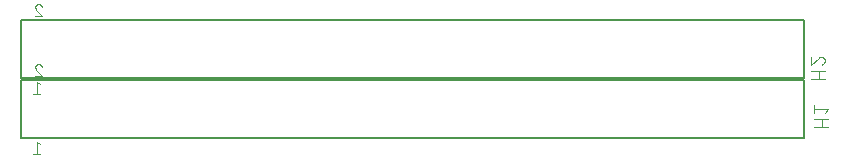
<source format=gbr>
G04 EAGLE Gerber RS-274X export*
G75*
%MOMM*%
%FSLAX34Y34*%
%LPD*%
%INSilkscreen Bottom*%
%IPPOS*%
%AMOC8*
5,1,8,0,0,1.08239X$1,22.5*%
G01*
%ADD10C,0.203200*%
%ADD11C,0.076200*%
%ADD12C,0.101600*%


D10*
X788690Y868800D02*
X125710Y868800D01*
X125710Y820300D01*
X788690Y820300D01*
X788690Y868800D01*
D11*
X141399Y814714D02*
X138555Y816989D01*
X138555Y806751D01*
X141399Y806751D02*
X135711Y806751D01*
X137461Y880050D02*
X137463Y880151D01*
X137469Y880251D01*
X137479Y880351D01*
X137493Y880450D01*
X137510Y880549D01*
X137532Y880648D01*
X137557Y880745D01*
X137586Y880841D01*
X137619Y880936D01*
X137656Y881030D01*
X137696Y881122D01*
X137740Y881212D01*
X137787Y881301D01*
X137838Y881388D01*
X137892Y881472D01*
X137950Y881555D01*
X138011Y881635D01*
X138074Y881713D01*
X138141Y881788D01*
X138211Y881860D01*
X138283Y881930D01*
X138358Y881997D01*
X138436Y882060D01*
X138516Y882121D01*
X138599Y882179D01*
X138683Y882233D01*
X138770Y882284D01*
X138859Y882331D01*
X138949Y882375D01*
X139041Y882415D01*
X139135Y882452D01*
X139230Y882485D01*
X139326Y882514D01*
X139423Y882539D01*
X139522Y882561D01*
X139621Y882578D01*
X139720Y882592D01*
X139820Y882602D01*
X139920Y882608D01*
X140021Y882610D01*
X140021Y882609D02*
X140133Y882607D01*
X140244Y882601D01*
X140356Y882592D01*
X140467Y882579D01*
X140577Y882562D01*
X140687Y882541D01*
X140796Y882516D01*
X140904Y882488D01*
X141011Y882456D01*
X141117Y882421D01*
X141222Y882382D01*
X141325Y882339D01*
X141427Y882293D01*
X141527Y882244D01*
X141626Y882191D01*
X141722Y882135D01*
X141817Y882075D01*
X141909Y882013D01*
X142000Y881947D01*
X142088Y881878D01*
X142174Y881806D01*
X142257Y881732D01*
X142337Y881654D01*
X142415Y881574D01*
X142491Y881492D01*
X142563Y881406D01*
X142632Y881319D01*
X142699Y881229D01*
X142762Y881137D01*
X142822Y881043D01*
X142879Y880947D01*
X142933Y880848D01*
X142983Y880749D01*
X143030Y880647D01*
X143073Y880544D01*
X143113Y880440D01*
X143149Y880334D01*
X138314Y878059D02*
X138242Y878130D01*
X138173Y878204D01*
X138106Y878280D01*
X138043Y878359D01*
X137982Y878440D01*
X137924Y878523D01*
X137869Y878608D01*
X137818Y878695D01*
X137770Y878784D01*
X137725Y878875D01*
X137683Y878967D01*
X137645Y879061D01*
X137610Y879156D01*
X137579Y879252D01*
X137552Y879350D01*
X137528Y879448D01*
X137507Y879547D01*
X137491Y879647D01*
X137478Y879747D01*
X137468Y879848D01*
X137463Y879949D01*
X137461Y880050D01*
X138314Y878059D02*
X143149Y872371D01*
X137461Y872371D01*
D12*
X796798Y829818D02*
X808482Y829818D01*
X803289Y829818D02*
X803289Y836309D01*
X808482Y836309D02*
X796798Y836309D01*
X805886Y841629D02*
X808482Y844875D01*
X796798Y844875D01*
X796798Y848120D02*
X796798Y841629D01*
D10*
X788690Y919600D02*
X125710Y919600D01*
X125710Y871100D01*
X788690Y871100D01*
X788690Y919600D01*
D11*
X141399Y865514D02*
X138555Y867789D01*
X138555Y857551D01*
X141399Y857551D02*
X135711Y857551D01*
X137461Y930850D02*
X137463Y930951D01*
X137469Y931051D01*
X137479Y931151D01*
X137493Y931250D01*
X137510Y931349D01*
X137532Y931448D01*
X137557Y931545D01*
X137586Y931641D01*
X137619Y931736D01*
X137656Y931830D01*
X137696Y931922D01*
X137740Y932012D01*
X137787Y932101D01*
X137838Y932188D01*
X137892Y932272D01*
X137950Y932355D01*
X138011Y932435D01*
X138074Y932513D01*
X138141Y932588D01*
X138211Y932660D01*
X138283Y932730D01*
X138358Y932797D01*
X138436Y932860D01*
X138516Y932921D01*
X138599Y932979D01*
X138683Y933033D01*
X138770Y933084D01*
X138859Y933131D01*
X138949Y933175D01*
X139041Y933215D01*
X139135Y933252D01*
X139230Y933285D01*
X139326Y933314D01*
X139423Y933339D01*
X139522Y933361D01*
X139621Y933378D01*
X139720Y933392D01*
X139820Y933402D01*
X139920Y933408D01*
X140021Y933410D01*
X140021Y933409D02*
X140133Y933407D01*
X140244Y933401D01*
X140356Y933392D01*
X140467Y933379D01*
X140577Y933362D01*
X140687Y933341D01*
X140796Y933316D01*
X140904Y933288D01*
X141011Y933256D01*
X141117Y933221D01*
X141222Y933182D01*
X141325Y933139D01*
X141427Y933093D01*
X141527Y933044D01*
X141626Y932991D01*
X141722Y932935D01*
X141817Y932875D01*
X141909Y932813D01*
X142000Y932747D01*
X142088Y932678D01*
X142174Y932606D01*
X142257Y932532D01*
X142337Y932454D01*
X142415Y932374D01*
X142491Y932292D01*
X142563Y932206D01*
X142632Y932119D01*
X142699Y932029D01*
X142762Y931937D01*
X142822Y931843D01*
X142879Y931747D01*
X142933Y931648D01*
X142983Y931549D01*
X143030Y931447D01*
X143073Y931344D01*
X143113Y931240D01*
X143149Y931134D01*
X138314Y928859D02*
X138242Y928930D01*
X138173Y929004D01*
X138106Y929080D01*
X138043Y929159D01*
X137982Y929240D01*
X137924Y929323D01*
X137869Y929408D01*
X137818Y929495D01*
X137770Y929584D01*
X137725Y929675D01*
X137683Y929767D01*
X137645Y929861D01*
X137610Y929956D01*
X137579Y930052D01*
X137552Y930150D01*
X137528Y930248D01*
X137507Y930347D01*
X137491Y930447D01*
X137478Y930547D01*
X137468Y930648D01*
X137463Y930749D01*
X137461Y930850D01*
X138314Y928859D02*
X143149Y923171D01*
X137461Y923171D01*
D12*
X794258Y870458D02*
X805942Y870458D01*
X800749Y870458D02*
X800749Y876949D01*
X805942Y876949D02*
X794258Y876949D01*
X805942Y885839D02*
X805940Y885946D01*
X805934Y886052D01*
X805924Y886158D01*
X805911Y886264D01*
X805893Y886370D01*
X805872Y886474D01*
X805847Y886578D01*
X805818Y886681D01*
X805786Y886782D01*
X805749Y886882D01*
X805709Y886981D01*
X805666Y887079D01*
X805619Y887175D01*
X805568Y887269D01*
X805514Y887361D01*
X805457Y887451D01*
X805397Y887539D01*
X805333Y887624D01*
X805266Y887707D01*
X805196Y887788D01*
X805124Y887866D01*
X805048Y887942D01*
X804970Y888014D01*
X804889Y888084D01*
X804806Y888151D01*
X804721Y888215D01*
X804633Y888275D01*
X804543Y888332D01*
X804451Y888386D01*
X804357Y888437D01*
X804261Y888484D01*
X804163Y888527D01*
X804064Y888567D01*
X803964Y888604D01*
X803863Y888636D01*
X803760Y888665D01*
X803656Y888690D01*
X803552Y888711D01*
X803446Y888729D01*
X803340Y888742D01*
X803234Y888752D01*
X803128Y888758D01*
X803021Y888760D01*
X805942Y885839D02*
X805940Y885718D01*
X805934Y885597D01*
X805924Y885477D01*
X805911Y885356D01*
X805893Y885237D01*
X805872Y885117D01*
X805847Y884999D01*
X805818Y884882D01*
X805785Y884765D01*
X805749Y884650D01*
X805708Y884536D01*
X805665Y884423D01*
X805617Y884311D01*
X805566Y884202D01*
X805511Y884094D01*
X805453Y883987D01*
X805392Y883883D01*
X805327Y883781D01*
X805259Y883681D01*
X805188Y883583D01*
X805114Y883487D01*
X805037Y883394D01*
X804956Y883304D01*
X804873Y883216D01*
X804787Y883131D01*
X804698Y883048D01*
X804607Y882969D01*
X804513Y882892D01*
X804417Y882819D01*
X804319Y882749D01*
X804218Y882682D01*
X804115Y882618D01*
X804010Y882558D01*
X803903Y882501D01*
X803795Y882447D01*
X803685Y882397D01*
X803573Y882351D01*
X803460Y882308D01*
X803345Y882269D01*
X800749Y887787D02*
X800826Y887866D01*
X800907Y887942D01*
X800990Y888015D01*
X801075Y888085D01*
X801163Y888152D01*
X801253Y888216D01*
X801345Y888276D01*
X801440Y888333D01*
X801536Y888387D01*
X801634Y888438D01*
X801734Y888485D01*
X801836Y888529D01*
X801939Y888569D01*
X802043Y888605D01*
X802149Y888637D01*
X802255Y888666D01*
X802363Y888691D01*
X802471Y888713D01*
X802581Y888730D01*
X802690Y888744D01*
X802800Y888753D01*
X802911Y888759D01*
X803021Y888761D01*
X800749Y887786D02*
X794258Y882269D01*
X794258Y888760D01*
M02*

</source>
